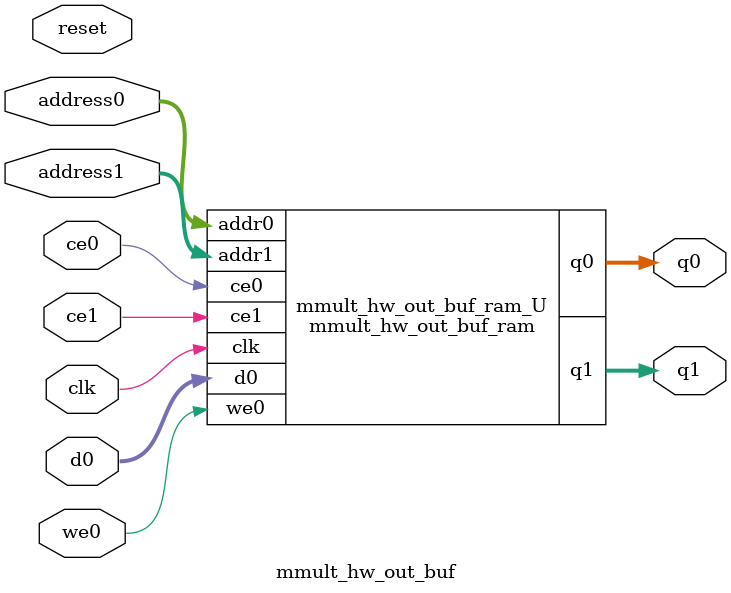
<source format=v>

`timescale 1 ns / 1 ps
module mmult_hw_out_buf_ram (addr0, ce0, d0, we0, q0, addr1, ce1, q1,  clk);

parameter DWIDTH = 32;
parameter AWIDTH = 12;
parameter MEM_SIZE = 2560;

input[AWIDTH-1:0] addr0;
input ce0;
input[DWIDTH-1:0] d0;
input we0;
output reg[DWIDTH-1:0] q0;
input[AWIDTH-1:0] addr1;
input ce1;
output reg[DWIDTH-1:0] q1;
input clk;

(* ram_style = "block" *)reg [DWIDTH-1:0] ram[0:MEM_SIZE-1];




always @(posedge clk)  
begin 
    if (ce0) 
    begin
        if (we0) 
        begin 
            ram[addr0] <= d0; 
            q0 <= d0;
        end 
        else 
            q0 <= ram[addr0];
    end
end


always @(posedge clk)  
begin 
    if (ce1) 
    begin
            q1 <= ram[addr1];
    end
end


endmodule


`timescale 1 ns / 1 ps
module mmult_hw_out_buf(
    reset,
    clk,
    address0,
    ce0,
    we0,
    d0,
    q0,
    address1,
    ce1,
    q1);

parameter DataWidth = 32'd32;
parameter AddressRange = 32'd2560;
parameter AddressWidth = 32'd12;
input reset;
input clk;
input[AddressWidth - 1:0] address0;
input ce0;
input we0;
input[DataWidth - 1:0] d0;
output[DataWidth - 1:0] q0;
input[AddressWidth - 1:0] address1;
input ce1;
output[DataWidth - 1:0] q1;



mmult_hw_out_buf_ram mmult_hw_out_buf_ram_U(
    .clk( clk ),
    .addr0( address0 ),
    .ce0( ce0 ),
    .d0( d0 ),
    .we0( we0 ),
    .q0( q0 ),
    .addr1( address1 ),
    .ce1( ce1 ),
    .q1( q1 ));

endmodule


</source>
